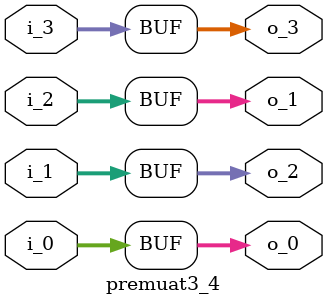
<source format=v>
module premuat3_4(
               i_0,
               i_1,
               i_2,
               i_3,
               o_0,
               o_1,
               o_2,
               o_3
);
input  signed  [27:0]   i_0;
input  signed  [27:0]   i_1;
input  signed  [27:0]   i_2;
input  signed  [27:0]   i_3;
output  signed [27:0]   o_0;
output  signed [27:0]   o_1;
output  signed [27:0]   o_2;
output  signed [27:0]   o_3;
assign  o_0=i_0;
assign  o_1=i_2;
assign  o_2=i_1;
assign  o_3=i_3;
endmodule
</source>
